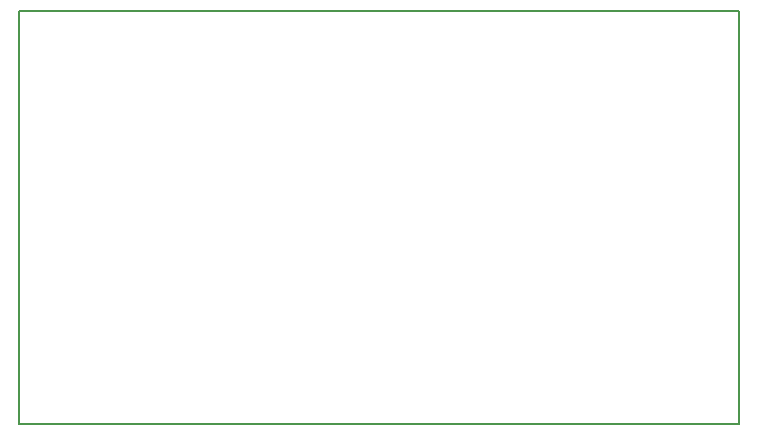
<source format=gbr>
G04 #@! TF.FileFunction,Profile,NP*
%FSLAX46Y46*%
G04 Gerber Fmt 4.6, Leading zero omitted, Abs format (unit mm)*
G04 Created by KiCad (PCBNEW 4.0.7) date 10/19/17 13:31:13*
%MOMM*%
%LPD*%
G01*
G04 APERTURE LIST*
%ADD10C,0.100000*%
%ADD11C,0.150000*%
G04 APERTURE END LIST*
D10*
D11*
X114300000Y-93345000D02*
X118745000Y-93345000D01*
X114300000Y-128270000D02*
X114300000Y-93345000D01*
X175260000Y-128270000D02*
X114300000Y-128270000D01*
X175260000Y-93345000D02*
X175260000Y-128270000D01*
X118745000Y-93345000D02*
X175260000Y-93345000D01*
M02*

</source>
